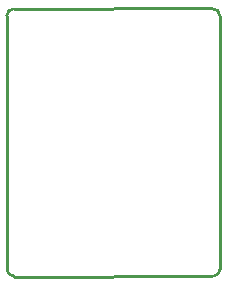
<source format=gm1>
G04*
G04 #@! TF.GenerationSoftware,Altium Limited,Altium Designer,22.5.1 (42)*
G04*
G04 Layer_Color=16711935*
%FSLAX25Y25*%
%MOIN*%
G70*
G04*
G04 #@! TF.SameCoordinates,3A988065-C8E6-409E-8F77-962EE0EB2120*
G04*
G04*
G04 #@! TF.FilePolarity,Positive*
G04*
G01*
G75*
%ADD10C,0.01000*%
D10*
X5500Y5500D02*
G03*
X7800Y3200I2300J0D01*
G01*
X7700Y92300D02*
G03*
X5500Y90067I17J-2216D01*
G01*
X76500Y90000D02*
G03*
X74200Y92300I-2300J0D01*
G01*
X74300Y3200D02*
G03*
X76500Y5433I-17J2216D01*
G01*
X5500Y5500D02*
Y90067D01*
X8000Y92300D02*
X74000Y92500D01*
X76500Y5433D02*
Y90000D01*
X8000Y3000D02*
X74000Y3200D01*
M02*

</source>
